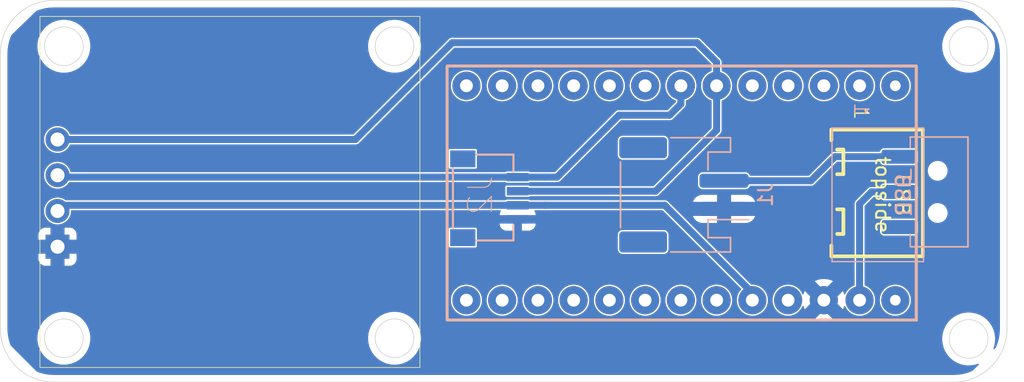
<source format=kicad_pcb>
(kicad_pcb (version 20241229) (generator "pcbnew") (generator_version "9.0")
  (layers (0 "F.Cu" signal) (2 "B.Cu" signal) (13 "F.Paste" user) (15 "B.Paste" user) (5 "F.SilkS" user "F.Silkscreen") (7 "B.SilkS" user "B.Silkscreen") (1 "F.Mask" user) (3 "B.Mask" user) (25 "Edge.Cuts" user))
  (net 0 "")
  (net 1 "/RAW")
  (net 2 "GND")
  (net 3 "/SCL")
  (net 4 "/SDA")
  (net 5 "VCC")
  (net 27 "/rawswitch")
  (footprint "ssd1306-toupee:ssd1306-toupee" (layer "F.Cu") (at 156.2 86.625 90)
    (property "Reference" "J3" (hide yes))
    (property "Value" "Conn_01x04_Pin" (hide yes))
    (fp_rect (start -12.45 -12) (end 12.5 15) (stroke (width 0.05)) (fill no) (layer "F.SilkS"))
    (fp_circle (center 10.375 -10.3) (end 10.375 -11.675) (stroke (width 0.05)) (fill no) (layer "Edge.Cuts"))
    (fp_circle (center -10.375 -10.3) (end -10.375 -11.675) (stroke (width 0.05)) (fill no) (layer "Edge.Cuts"))
    (fp_circle (center 10.375 13.2) (end 11.75 13.2) (stroke (width 0.05)) (fill no) (layer "Edge.Cuts"))
    (fp_circle (center -10.375 13.2) (end -9 13.2) (stroke (width 0.05)) (fill no) (layer "Edge.Cuts"))
    (pad "1" thru_hole rect (at -3.87 -10.75 90) (size 1.7 1.7) (drill 1) (layers "*.Cu" "*.Mask") (net 2 "GND"))
    (pad "2" thru_hole circle (at -1.33 -10.75 90) (size 1.7 1.7) (drill 1) (layers "*.Cu" "*.Mask") (net 5 "VCC"))
    (pad "3" thru_hole circle (at 1.21 -10.75 90) (size 1.7 1.7) (drill 1) (layers "*.Cu" "*.Mask") (net 3 "/SCL"))
    (pad "4" thru_hole circle (at 3.75 -10.75 90) (size 1.7 1.7) (drill 1) (layers "*.Cu" "*.Mask") (net 4 "/SDA"))
  )
  (footprint "Library:SuperMini NRF52840" (layer "F.Cu") (at 204.989159 79.0554 -90)
    (property "Reference" "U1" (hide yes))
    (property "Value" "Nice! Nano (ProMicro)" (hide yes))
    (fp_line (start 3.11554 4.54755) (end 3.82448 4.54755) (stroke (width 0.254)) (layer "F.SilkS"))
    (fp_line (start 3.11554 4.54755) (end 3.82448 4.54755) (stroke (width 0.254)) (layer "F.SilkS"))
    (fp_line (start 3.82448 4.54755) (end 3.87894 4.54755) (stroke (width 0.254)) (layer "F.SilkS"))
    (fp_line (start 3.82448 4.54755) (end 3.87894 4.54755) (stroke (width 0.254)) (layer "F.SilkS"))
    (fp_line (start 11.36119 4.54755) (end 12.11999 4.54755) (stroke (width 0.254)) (layer "F.SilkS"))
    (fp_line (start 11.36119 4.54755) (end 12.11999 4.54755) (stroke (width 0.254)) (layer "F.SilkS"))
    (fp_line (start 4.53558 3.69469) (end 4.53558 4.13642) (stroke (width 0.254)) (layer "F.SilkS"))
    (fp_line (start 4.53558 3.69469) (end 4.53558 4.13642) (stroke (width 0.254)) (layer "F.SilkS"))
    (fp_line (start 4.53558 3.69469) (end 6.28559 3.69469) (stroke (width 0.254)) (layer "F.SilkS"))
    (fp_line (start 4.53558 3.69469) (end 6.28559 3.69469) (stroke (width 0.254)) (layer "F.SilkS"))
    (fp_line (start 6.28559 3.69469) (end 6.28559 4.13642) (stroke (width 0.254)) (layer "F.SilkS"))
    (fp_line (start 6.28559 3.69469) (end 6.28559 4.13642) (stroke (width 0.254)) (layer "F.SilkS"))
    (fp_line (start 8.78248 3.69256) (end 8.78248 4.13642) (stroke (width 0.254)) (layer "F.SilkS"))
    (fp_line (start 8.78248 3.69256) (end 8.78248 4.13642) (stroke (width 0.254)) (layer "F.SilkS"))
    (fp_line (start 8.78248 3.69256) (end 10.53249 3.69256) (stroke (width 0.254)) (layer "F.SilkS"))
    (fp_line (start 8.78248 3.69256) (end 10.53249 3.69256) (stroke (width 0.254)) (layer "F.SilkS"))
    (fp_line (start 10.53249 3.69256) (end 10.53249 4.1349) (stroke (width 0.254)) (layer "F.SilkS"))
    (fp_line (start 10.53249 3.69256) (end 10.53249 4.1349) (stroke (width 0.254)) (layer "F.SilkS"))
    (fp_line (start 3.12001 -1.95244) (end 3.12001 4.54755) (stroke (width 0.254)) (layer "F.SilkS"))
    (fp_line (start 3.12001 -1.95244) (end 3.12001 4.54755) (stroke (width 0.254)) (layer "F.SilkS"))
    (fp_line (start 3.12001 -1.95244) (end 3.17 -1.95244) (stroke (width 0.254)) (layer "F.SilkS"))
    (fp_line (start 3.12001 -1.95244) (end 3.17 -1.95244) (stroke (width 0.254)) (layer "F.SilkS"))
    (fp_line (start 3.17 -1.95244) (end 12.11999 -1.95244) (stroke (width 0.254)) (layer "F.SilkS"))
    (fp_line (start 12.11999 -1.95244) (end 12.11999 4.54755) (stroke (width 0.254)) (layer "F.SilkS"))
    (fp_rect (start 16.64246 -1.488391) (end -1.402441 31.84999) (stroke (width 0.2)) (fill no) (layer "F.SilkS"))
    (fp_line (start 3 4.5) (end 3 -2) (stroke (width 0.1)) (layer "B.SilkS"))
    (fp_line (start 12.5 4.5) (end 3 4.5) (stroke (width 0.1)) (layer "B.SilkS"))
    (fp_line (start 3 -2) (end 12.5 -2) (stroke (width 0.1)) (layer "B.SilkS"))
    (fp_line (start 12.5 -2) (end 12.5 4.5) (stroke (width 0.1)) (layer "B.SilkS"))
    (fp_rect (start 16.64246 -1.488391) (end -1.402441 31.84999) (stroke (width 0.2)) (fill no) (layer "B.SilkS"))
    (fp_text user "topside" (at 7.75246 1.491609 270) (layer "F.SilkS") (effects (justify bottom)))
    (fp_text user "USB" (at 7.75246 0.091609 270) (layer "F.SilkS") (effects (justify bottom)))
    (fp_text user "1" (at 1.406799 3.007018 270) (layer "F.SilkS") (effects (font (thickness 0.1)) (justify left bottom)))
    (fp_text user "USB" (at 7.75246 0.091609 270) (layer "B.SilkS") (effects (justify bottom mirror)))
    (fp_text user "1" (at 2.1946 3.005995 270) (layer "B.SilkS") (effects (font (thickness 0.1)) (justify left bottom mirror)))
    (pad "1" thru_hole circle (at 0 2.54) (size 2 2) (drill 0.9144) (layers "*.Cu" "*.Mask"))
    (pad "2" thru_hole circle (at 0 5.08) (size 2 2) (drill 0.9144) (layers "*.Cu" "*.Mask"))
    (pad "3" thru_hole circle (at 0 7.62) (size 2 2) (drill 0.9144) (layers "*.Cu" "*.Mask"))
    (pad "4" thru_hole circle (at 0 10.16) (size 2 2) (drill 0.9144) (layers "*.Cu" "*.Mask"))
    (pad "5" thru_hole circle (at 0 12.7) (size 2 2) (drill 0.9144) (layers "*.Cu" "*.Mask") (net 4 "/SDA"))
    (pad "6" thru_hole circle (at 0 15.24) (size 2 2) (drill 0.9144) (layers "*.Cu" "*.Mask") (net 3 "/SCL"))
    (pad "7" thru_hole circle (at 0 17.78) (size 2 2) (drill 0.9144) (layers "*.Cu" "*.Mask"))
    (pad "8" thru_hole circle (at 0 20.32) (size 2 2) (drill 0.9144) (layers "*.Cu" "*.Mask"))
    (pad "9" thru_hole circle (at 0 22.86) (size 2 2) (drill 0.9144) (layers "*.Cu" "*.Mask"))
    (pad "10" thru_hole circle (at 0 25.4) (size 2 2) (drill 0.9144) (layers "*.Cu" "*.Mask"))
    (pad "11" thru_hole circle (at 0 27.94) (size 2 2) (drill 0.9144) (layers "*.Cu" "*.Mask"))
    (pad "12" thru_hole circle (at 0 30.48) (size 2 2) (drill 0.914) (layers "*.Cu" "*.Mask"))
    (pad "13" thru_hole circle (at 15.24001 30.47999 180) (size 2 2) (drill 0.9144) (layers "*.Cu" "*.Mask"))
    (pad "14" thru_hole circle (at 15.24001 27.93999 180) (size 2 2) (drill 0.9144) (layers "*.Cu" "*.Mask"))
    (pad "15" thru_hole circle (at 15.24001 25.39999 180) (size 2 2) (drill 0.9144) (layers "*.Cu" "*.Mask"))
    (pad "16" thru_hole circle (at 15.24001 22.85999 180) (size 2 2) (drill 0.9144) (layers "*.Cu" "*.Mask"))
    (pad "17" thru_hole circle (at 15.24001 20.31999 180) (size 2 2) (drill 0.9144) (layers "*.Cu" "*.Mask"))
    (pad "18" thru_hole circle (at 15.24001 17.77999 180) (size 2 2) (drill 0.9144) (layers "*.Cu" "*.Mask"))
    (pad "19" thru_hole circle (at 15.24001 15.23999 180) (size 2 2) (drill 0.9144) (layers "*.Cu" "*.Mask"))
    (pad "20" thru_hole circle (at 15.24001 12.69999 180) (size 2 2) (drill 0.9144) (layers "*.Cu" "*.Mask"))
    (pad "21" thru_hole circle (at 15.24001 10.15999 180) (size 2 2) (drill 0.9144) (layers "*.Cu" "*.Mask") (net 5 "VCC"))
    (pad "22" thru_hole circle (at 15.24001 7.61999 180) (size 2 2) (drill 0.9144) (layers "*.Cu" "*.Mask"))
    (pad "23" thru_hole circle (at 15.24001 5.07999 180) (size 2 2) (drill 0.9144) (layers "*.Cu" "*.Mask") (net 2 "GND"))
    (pad "24" thru_hole circle (at 15.24001 2.53999 180) (size 2 2) (drill 0.9144) (layers "*.Cu" "*.Mask") (net 1 "/RAW"))
    (pad "33" thru_hole circle (at 0 0) (size 2 2) (drill 0.762) (layers "*.Cu" "*.Mask"))
    (pad "34" thru_hole circle (at 15.24001 -0.00001 180) (size 2 2) (drill 0.762) (layers "*.Cu" "*.Mask"))
  )
  (footprint "footprints:JST_SH4" (layer "B.Cu") (at 176.144 87.05 90)
    (property "Reference" "J2" (at -1.3 -1.644 90) (layer "B.SilkS") (effects (font (size 1.703222 1.703222) (thickness 0.074778)) (justify right top mirror)))
    (property "Value" "Conn_01x04_Socket" (hide yes))
    (fp_line (start -2.1 -2.594) (end 2.1 -2.594) (stroke (width 0.1524)) (layer "B.SilkS"))
    (fp_line (start -3 -0.894) (end -3 1.706) (stroke (width 0.1524)) (layer "B.SilkS"))
    (fp_line (start 3.1 1.706) (end 3.1 -0.894) (stroke (width 0.1524)) (layer "B.SilkS"))
    (fp_line (start 1.9 1.706) (end 3.1 1.706) (stroke (width 0.1524)) (layer "B.SilkS"))
    (fp_line (start -3 1.706) (end -1.9 1.706) (stroke (width 0.1524)) (layer "B.SilkS"))
    (pad "1" smd rect (at -1.5 2.006) (size 1.55 0.6) (layers "B.Cu" "B.Mask" "B.Paste") (net 2 "GND"))
    (pad "2" smd rect (at -0.5 2.006) (size 1.55 0.6) (layers "B.Cu" "B.Mask" "B.Paste") (net 5 "VCC"))
    (pad "3" smd rect (at 0.5 2.006) (size 1.55 0.6) (layers "B.Cu" "B.Mask" "B.Paste") (net 4 "/SDA"))
    (pad "4" smd rect (at 1.5 2.006) (size 1.55 0.6) (layers "B.Cu" "B.Mask" "B.Paste") (net 3 "/SCL"))
    (pad "MT1" smd rect (at -2.8 -1.894) (size 1.8 1.2) (layers "B.Cu" "B.Mask" "B.Paste"))
    (pad "MT2" smd rect (at 2.8 -1.894) (size 1.8 1.2) (layers "B.Cu" "B.Mask" "B.Paste"))
  )
  (footprint "sw_spdt_slide_mskt-12c03:Untitled" (layer "B.Cu") (at 207.75 86.6 -90)
    (property "Reference" "SW1" (hide yes))
    (property "Value" "SW_SPST" (hide yes))
    (fp_line (start -3.1 1.7) (end -3.9 1.7) (stroke (width 0.1)) (layer "B.SilkS"))
    (fp_line (start 3 1.7) (end 3.9 1.7) (stroke (width 0.1)) (layer "B.SilkS"))
    (fp_line (start -0.9 1.65) (end -1.6 1.65) (stroke (width 0.12)) (layer "B.SilkS"))
    (fp_line (start 1.6 1.65) (end 0.9 1.65) (stroke (width 0.12)) (layer "B.SilkS"))
    (fp_line (start 3.9 1.65) (end 3.9 -2.4) (stroke (width 0.12)) (layer "B.SilkS"))
    (fp_line (start -3.9 -2.4) (end -3.9 1.7) (stroke (width 0.12)) (layer "B.SilkS"))
    (fp_line (start -3.9 -2.4) (end 3.9 -2.4) (stroke (width 0.12)) (layer "B.SilkS"))
    (pad "" np_thru_hole circle (at -1.5 -0.25 270) (size 0.9 0.9) (drill 0.9) (layers "*.Cu" "*.Mask"))
    (pad "" np_thru_hole circle (at 1.5 -0.25 270) (size 0.9 0.9) (drill 0.9) (layers "*.Cu" "*.Mask"))
    (pad "1" smd roundrect (at -2.5 2.5 270) (size 1 2.5) (layers "B.Cu" "B.Mask" "B.Paste") (roundrect_rratio 0.2) (net 27 "/rawswitch"))
    (pad "2" smd roundrect (at 0 2.5 270) (size 1 2.5) (layers "B.Cu" "B.Mask" "B.Paste") (roundrect_rratio 0.2) (net 1 "/RAW"))
    (pad "3" smd roundrect (at 2.5 2.5 270) (size 1 2.5) (layers "B.Cu" "B.Mask" "B.Paste") (roundrect_rratio 0.2))
  )
  (footprint "Connector_JST:JST_PH_S2B-PH-SM4-TB_1x02-1MP_P2.00mm_Horizontal" (layer "B.Cu") (at 189.96755 86.80786 90)
    (property "Reference" "J1" (at 0 5.8 90) (layer "B.SilkS") (effects (justify mirror)))
    (property "Value" "Conn_01x02_Socket" (hide yes))
    (fp_line (start -2.34 -4.51) (end 2.34 -4.51) (stroke (width 0.12)) (layer "B.SilkS"))
    (fp_line (start 4.06 -0.94) (end 4.06 3.31) (stroke (width 0.12)) (layer "B.SilkS"))
    (fp_line (start -4.06 -0.94) (end -4.06 3.31) (stroke (width 0.12)) (layer "B.SilkS"))
    (fp_line (start 3.04 1.71) (end 1.76 1.71) (stroke (width 0.12)) (layer "B.SilkS"))
    (fp_line (start -1.76 1.71) (end -1.76 4.6) (stroke (width 0.12)) (layer "B.SilkS"))
    (fp_line (start -3.04 1.71) (end -1.76 1.71) (stroke (width 0.12)) (layer "B.SilkS"))
    (fp_line (start 4.06 3.31) (end 3.04 3.31) (stroke (width 0.12)) (layer "B.SilkS"))
    (fp_line (start 3.04 3.31) (end 3.04 1.71) (stroke (width 0.12)) (layer "B.SilkS"))
    (fp_line (start -3.04 3.31) (end -3.04 1.71) (stroke (width 0.12)) (layer "B.SilkS"))
    (fp_line (start -4.06 3.31) (end -3.04 3.31) (stroke (width 0.12)) (layer "B.SilkS"))
    (pad "1" smd roundrect (at -1 2.85 90) (size 1 3.5) (layers "B.Cu" "B.Mask" "B.Paste") (net 2 "GND"))
    (pad "2" smd roundrect (at 1 2.85 90) (size 1 3.5) (layers "B.Cu" "B.Mask" "B.Paste") (net 27 "/rawswitch"))
    (pad "MP" smd roundrect (at -3.35 -2.9 90) (size 1.5 3.4) (layers "B.Cu" "B.Mask" "B.Paste") (roundrect_rratio 0.166667))
    (pad "MP" smd roundrect (at 3.35 -2.9 90) (size 1.5 3.4) (layers "B.Cu" "B.Mask" "B.Paste") (roundrect_rratio 0.166667))
  )
  (gr_circle (center 210.2 76.25) (end 210.2 74.875) (stroke (width 0.05)) (fill no) (layer "Edge.Cuts"))
  (gr_circle (center 210.2 97.05) (end 210.2 95.675) (stroke (width 0.05)) (fill no) (layer "Edge.Cuts"))
  (gr_line (start 209.125988 72.987007) (end 145.187006 72.987006) (stroke (width 0.05)) (layer "Edge.Cuts"))
  (gr_arc (start 212.925988 96.312994) (mid 211.812994 99) (end 209.125988 100.112994) (stroke (width 0.05)) (layer "Edge.Cuts"))
  (gr_arc (start 209.125988 72.987006) (mid 211.812994 74.1) (end 212.925988 76.787006) (stroke (width 0.05)) (layer "Edge.Cuts"))
  (gr_line (start 212.925988 96.312994) (end 212.925988 76.787006) (stroke (width 0.05)) (layer "Edge.Cuts"))
  (gr_line (start 141.387006 76.787006) (end 141.387006 96.312994) (stroke (width 0.05)) (layer "Edge.Cuts"))
  (gr_arc (start 145.187006 100.112994) (mid 142.5 99) (end 141.387006 96.312994) (stroke (width 0.05)) (layer "Edge.Cuts"))
  (gr_line (start 209.125988 100.112987) (end 145.187 100.112992) (stroke (width 0.05)) (layer "Edge.Cuts"))
  (gr_arc (start 141.387006 76.787006) (mid 142.5 74.1) (end 145.187006 72.987006) (stroke (width 0.05)) (layer "Edge.Cuts"))
  (segment (start 205.65 86.6) (end 205.75 86.5) (width 0.5) (layer "B.Cu") (net 1))
  (segment (start 203.3 86.6) (end 205.65 86.6) (width 0.5) (layer "B.Cu") (net 1))
  (segment (start 202.449169 87.450831) (end 203.3 86.6) (width 0.5) (layer "B.Cu") (net 1))
  (segment (start 202.449169 94.29541) (end 202.449169 87.450831) (width 0.5) (layer "B.Cu") (net 1))
  (segment (start 189.749159 80.350841) (end 188.95 81.15) (width 0.5) (layer "B.Cu") (net 3))
  (segment (start 188.95 81.15) (end 185.35 81.15) (width 0.5) (layer "B.Cu") (net 3))
  (segment (start 189.749159 79.0554) (end 189.749159 80.350841) (width 0.5) (layer "B.Cu") (net 3))
  (segment (start 180.1 85.55) (end 145.585 85.55) (width 0.5) (layer "B.Cu") (net 3))
  (segment (start 185.35 81.15) (end 180.95 85.55) (width 0.5) (layer "B.Cu") (net 3))
  (segment (start 145.585 85.55) (end 145.45 85.415) (width 0.5) (layer "B.Cu") (net 3))
  (segment (start 180.95 85.55) (end 180.1 85.55) (width 0.5) (layer "B.Cu") (net 3))
  (segment (start 177.8 86.55) (end 187.95 86.55) (width 0.5) (layer "B.Cu") (net 4))
  (segment (start 190.9 76) (end 173.5 76) (width 0.5) (layer "B.Cu") (net 4))
  (segment (start 173.5 76) (end 166.625 82.875) (width 0.5) (layer "B.Cu") (net 4))
  (segment (start 192.289159 77.389159) (end 190.9 76) (width 0.5) (layer "B.Cu") (net 4))
  (segment (start 192.289159 79.0554) (end 192.289159 77.389159) (width 0.5) (layer "B.Cu") (net 4))
  (segment (start 166.625 82.875) (end 145.45 82.875) (width 0.5) (layer "B.Cu") (net 4))
  (segment (start 192.289159 82.210841) (end 192.289159 79.0554) (width 0.5) (layer "B.Cu") (net 4))
  (segment (start 187.95 86.55) (end 192.289159 82.210841) (width 0.5) (layer "B.Cu") (net 4))
  (segment (start 194.829169 94.29541) (end 194.829169 93.779169) (width 0.5) (layer "B.Cu") (net 5))
  (segment (start 145.855 87.55) (end 145.45 87.955) (width 0.5) (layer "B.Cu") (net 5))
  (segment (start 188.6 87.55) (end 180.1 87.55) (width 0.5) (layer "B.Cu") (net 5))
  (segment (start 180.1 87.55) (end 145.855 87.55) (width 0.5) (layer "B.Cu") (net 5))
  (segment (start 194.829169 93.779169) (end 188.6 87.55) (width 0.5) (layer "B.Cu") (net 5))
  (segment (start 192.81755 85.80786) (end 198.99214 85.80786) (width 0.5) (layer "B.Cu") (net 27))
  (segment (start 200.7 84.1) (end 205.25 84.1) (width 0.5) (layer "B.Cu") (net 27))
  (segment (start 198.99214 85.80786) (end 200.7 84.1) (width 0.5) (layer "B.Cu") (net 27))
  (zone (net 2) (net_name "GND") (layer "B.Cu") (connect_pads (clearance 0.1)) (min_thickness 0.1) (fill yes (thermal_gap 0.5) (thermal_bridge_width 1))
    (polygon (pts (xy 144.6 73.1) (xy 209.8 73.1) (xy 212.8 76) (xy 212.8 97) (xy 209.8 100) (xy 144.6 100) (xy 141.5 96.9) (xy 141.5 76.1)))
  )
)
</source>
